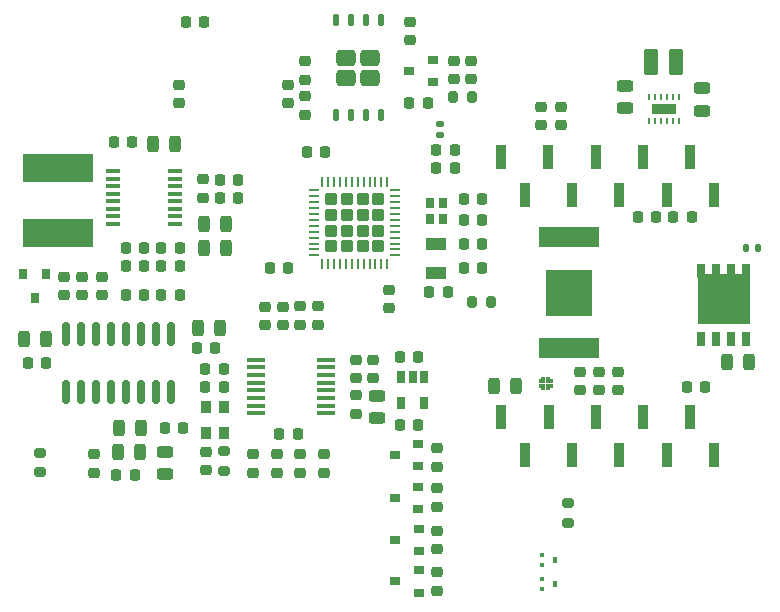
<source format=gbr>
%TF.GenerationSoftware,KiCad,Pcbnew,(6.0.0-0)*%
%TF.CreationDate,2022-01-03T00:26:05+01:00*%
%TF.ProjectId,Nestbox,4e657374-626f-4782-9e6b-696361645f70,rev?*%
%TF.SameCoordinates,Original*%
%TF.FileFunction,Paste,Top*%
%TF.FilePolarity,Positive*%
%FSLAX46Y46*%
G04 Gerber Fmt 4.6, Leading zero omitted, Abs format (unit mm)*
G04 Created by KiCad (PCBNEW (6.0.0-0)) date 2022-01-03 00:26:05*
%MOMM*%
%LPD*%
G01*
G04 APERTURE LIST*
G04 Aperture macros list*
%AMRoundRect*
0 Rectangle with rounded corners*
0 $1 Rounding radius*
0 $2 $3 $4 $5 $6 $7 $8 $9 X,Y pos of 4 corners*
0 Add a 4 corners polygon primitive as box body*
4,1,4,$2,$3,$4,$5,$6,$7,$8,$9,$2,$3,0*
0 Add four circle primitives for the rounded corners*
1,1,$1+$1,$2,$3*
1,1,$1+$1,$4,$5*
1,1,$1+$1,$6,$7*
1,1,$1+$1,$8,$9*
0 Add four rect primitives between the rounded corners*
20,1,$1+$1,$2,$3,$4,$5,0*
20,1,$1+$1,$4,$5,$6,$7,0*
20,1,$1+$1,$6,$7,$8,$9,0*
20,1,$1+$1,$8,$9,$2,$3,0*%
G04 Aperture macros list end*
%ADD10C,0.010000*%
%ADD11R,0.700000X1.200000*%
%ADD12R,4.500000X4.290000*%
%ADD13R,1.550000X1.600000*%
%ADD14R,1.550000X1.200000*%
%ADD15RoundRect,0.243750X0.243750X0.456250X-0.243750X0.456250X-0.243750X-0.456250X0.243750X-0.456250X0*%
%ADD16RoundRect,0.218750X0.218750X0.256250X-0.218750X0.256250X-0.218750X-0.256250X0.218750X-0.256250X0*%
%ADD17RoundRect,0.218750X-0.256250X0.218750X-0.256250X-0.218750X0.256250X-0.218750X0.256250X0.218750X0*%
%ADD18RoundRect,0.218750X-0.218750X-0.256250X0.218750X-0.256250X0.218750X0.256250X-0.218750X0.256250X0*%
%ADD19RoundRect,0.243750X-0.456250X0.243750X-0.456250X-0.243750X0.456250X-0.243750X0.456250X0.243750X0*%
%ADD20RoundRect,0.243750X-0.243750X-0.456250X0.243750X-0.456250X0.243750X0.456250X-0.243750X0.456250X0*%
%ADD21R,0.450000X0.400000*%
%ADD22R,0.450000X0.500000*%
%ADD23RoundRect,0.150000X0.150000X-0.825000X0.150000X0.825000X-0.150000X0.825000X-0.150000X-0.825000X0*%
%ADD24RoundRect,0.218750X0.256250X-0.218750X0.256250X0.218750X-0.256250X0.218750X-0.256250X-0.218750X0*%
%ADD25R,0.800000X0.900000*%
%ADD26RoundRect,0.250000X0.375000X0.850000X-0.375000X0.850000X-0.375000X-0.850000X0.375000X-0.850000X0*%
%ADD27R,0.250000X0.600000*%
%ADD28R,2.000000X0.900000*%
%ADD29R,0.650000X1.060000*%
%ADD30RoundRect,0.243750X0.456250X-0.243750X0.456250X0.243750X-0.456250X0.243750X-0.456250X-0.243750X0*%
%ADD31R,1.500000X0.450000*%
%ADD32R,0.900000X0.800000*%
%ADD33R,1.200000X0.400000*%
%ADD34R,5.900000X2.450000*%
%ADD35RoundRect,0.250000X0.285000X0.285000X-0.285000X0.285000X-0.285000X-0.285000X0.285000X-0.285000X0*%
%ADD36RoundRect,0.062500X0.337500X0.062500X-0.337500X0.062500X-0.337500X-0.062500X0.337500X-0.062500X0*%
%ADD37RoundRect,0.062500X0.062500X0.337500X-0.062500X0.337500X-0.062500X-0.337500X0.062500X-0.337500X0*%
%ADD38RoundRect,0.250000X-0.555000X0.435000X-0.555000X-0.435000X0.555000X-0.435000X0.555000X0.435000X0*%
%ADD39RoundRect,0.127000X-0.127000X0.381000X-0.127000X-0.381000X0.127000X-0.381000X0.127000X0.381000X0*%
%ADD40R,1.800000X1.000000*%
%ADD41RoundRect,0.147500X-0.172500X0.147500X-0.172500X-0.147500X0.172500X-0.147500X0.172500X0.147500X0*%
%ADD42R,0.900000X2.000000*%
%ADD43R,0.900000X1.000000*%
%ADD44RoundRect,0.200000X-0.200000X-0.275000X0.200000X-0.275000X0.200000X0.275000X-0.200000X0.275000X0*%
%ADD45R,5.080000X1.780000*%
%ADD46R,3.960000X3.960000*%
%ADD47RoundRect,0.200000X0.200000X0.275000X-0.200000X0.275000X-0.200000X-0.275000X0.200000X-0.275000X0*%
%ADD48RoundRect,0.200000X-0.275000X0.200000X-0.275000X-0.200000X0.275000X-0.200000X0.275000X0.200000X0*%
%ADD49RoundRect,0.200000X0.275000X-0.200000X0.275000X0.200000X-0.275000X0.200000X-0.275000X-0.200000X0*%
%ADD50RoundRect,0.147500X-0.147500X-0.172500X0.147500X-0.172500X0.147500X0.172500X-0.147500X0.172500X0*%
%ADD51RoundRect,0.225000X0.250000X-0.225000X0.250000X0.225000X-0.250000X0.225000X-0.250000X-0.225000X0*%
G04 APERTURE END LIST*
D10*
X203460000Y-103592500D02*
X203460000Y-103992500D01*
X203460000Y-103992500D02*
X203230000Y-103992500D01*
X203230000Y-103992500D02*
X203230000Y-103822500D01*
X203230000Y-103822500D02*
X203020000Y-103822500D01*
X203020000Y-103822500D02*
X203020000Y-103592500D01*
X203020000Y-103592500D02*
X203460000Y-103592500D01*
G36*
X203460000Y-103992500D02*
G01*
X203230000Y-103992500D01*
X203230000Y-103822500D01*
X203020000Y-103822500D01*
X203020000Y-103592500D01*
X203460000Y-103592500D01*
X203460000Y-103992500D01*
G37*
X203460000Y-103992500D02*
X203230000Y-103992500D01*
X203230000Y-103822500D01*
X203020000Y-103822500D01*
X203020000Y-103592500D01*
X203460000Y-103592500D01*
X203460000Y-103992500D01*
X203640000Y-103412500D02*
X203640000Y-103012500D01*
X203640000Y-103012500D02*
X203870000Y-103012500D01*
X203870000Y-103012500D02*
X203870000Y-103182500D01*
X203870000Y-103182500D02*
X204080000Y-103182500D01*
X204080000Y-103182500D02*
X204080000Y-103412500D01*
X204080000Y-103412500D02*
X203640000Y-103412500D01*
G36*
X203870000Y-103182500D02*
G01*
X204080000Y-103182500D01*
X204080000Y-103412500D01*
X203640000Y-103412500D01*
X203640000Y-103012500D01*
X203870000Y-103012500D01*
X203870000Y-103182500D01*
G37*
X203870000Y-103182500D02*
X204080000Y-103182500D01*
X204080000Y-103412500D01*
X203640000Y-103412500D01*
X203640000Y-103012500D01*
X203870000Y-103012500D01*
X203870000Y-103182500D01*
X203640000Y-103592500D02*
X203640000Y-103992500D01*
X203640000Y-103992500D02*
X203870000Y-103992500D01*
X203870000Y-103992500D02*
X203870000Y-103822500D01*
X203870000Y-103822500D02*
X204080000Y-103822500D01*
X204080000Y-103822500D02*
X204080000Y-103592500D01*
X204080000Y-103592500D02*
X203640000Y-103592500D01*
G36*
X204080000Y-103822500D02*
G01*
X203870000Y-103822500D01*
X203870000Y-103992500D01*
X203640000Y-103992500D01*
X203640000Y-103592500D01*
X204080000Y-103592500D01*
X204080000Y-103822500D01*
G37*
X204080000Y-103822500D02*
X203870000Y-103822500D01*
X203870000Y-103992500D01*
X203640000Y-103992500D01*
X203640000Y-103592500D01*
X204080000Y-103592500D01*
X204080000Y-103822500D01*
X203460000Y-103412500D02*
X203460000Y-103012500D01*
X203460000Y-103012500D02*
X203230000Y-103012500D01*
X203230000Y-103012500D02*
X203230000Y-103182500D01*
X203230000Y-103182500D02*
X203020000Y-103182500D01*
X203020000Y-103182500D02*
X203020000Y-103412500D01*
X203020000Y-103412500D02*
X203460000Y-103412500D01*
G36*
X203460000Y-103412500D02*
G01*
X203020000Y-103412500D01*
X203020000Y-103182500D01*
X203230000Y-103182500D01*
X203230000Y-103012500D01*
X203460000Y-103012500D01*
X203460000Y-103412500D01*
G37*
X203460000Y-103412500D02*
X203020000Y-103412500D01*
X203020000Y-103182500D01*
X203230000Y-103182500D01*
X203230000Y-103012500D01*
X203460000Y-103012500D01*
X203460000Y-103412500D01*
D11*
X216749500Y-99785621D03*
X219299500Y-99785621D03*
X218019500Y-99785621D03*
X220569500Y-99785621D03*
D12*
X218659500Y-96385621D03*
D11*
X219299500Y-93985621D03*
D13*
X219749500Y-95635621D03*
D11*
X216749500Y-93985621D03*
D13*
X217569500Y-95635621D03*
D14*
X217569500Y-97635621D03*
X219749500Y-97635621D03*
D11*
X220569500Y-93985621D03*
X218019500Y-93985621D03*
D15*
X161319500Y-99785621D03*
X159444500Y-99785621D03*
D16*
X175607000Y-100535621D03*
X174032000Y-100535621D03*
D17*
X162819500Y-94498121D03*
X162819500Y-96073121D03*
X164319500Y-94498121D03*
X164319500Y-96073121D03*
D18*
X168032000Y-96035621D03*
X169607000Y-96035621D03*
D16*
X172607000Y-96035621D03*
X171032000Y-96035621D03*
X161319500Y-101785621D03*
X159744500Y-101785621D03*
D15*
X176007000Y-98785621D03*
X174132000Y-98785621D03*
D19*
X171319500Y-109348121D03*
X171319500Y-111223121D03*
D16*
X172894500Y-107285621D03*
X171319500Y-107285621D03*
X168819500Y-111285621D03*
X167244500Y-111285621D03*
D20*
X167382000Y-109285621D03*
X169257000Y-109285621D03*
D15*
X169319500Y-107285621D03*
X167444500Y-107285621D03*
D21*
X203244500Y-120085621D03*
X203244500Y-120885621D03*
D22*
X204394500Y-120485621D03*
D23*
X163009500Y-104260621D03*
X164279500Y-104260621D03*
X165549500Y-104260621D03*
X166819500Y-104260621D03*
X168089500Y-104260621D03*
X169359500Y-104260621D03*
X170629500Y-104260621D03*
X171899500Y-104260621D03*
X171899500Y-99310621D03*
X170629500Y-99310621D03*
X169359500Y-99310621D03*
X168089500Y-99310621D03*
X166819500Y-99310621D03*
X165549500Y-99310621D03*
X164279500Y-99310621D03*
X163009500Y-99310621D03*
D24*
X166033879Y-96073121D03*
X166033879Y-94498121D03*
D18*
X166994500Y-83035621D03*
X168569500Y-83035621D03*
D24*
X165319500Y-111073121D03*
X165319500Y-109498121D03*
D16*
X174687500Y-72900000D03*
X173112500Y-72900000D03*
D25*
X161269500Y-94285621D03*
X159369500Y-94285621D03*
X160319500Y-96285621D03*
D15*
X220797000Y-101685621D03*
X218922000Y-101685621D03*
D26*
X214644500Y-76285621D03*
X212494500Y-76285621D03*
D19*
X216809500Y-78543121D03*
X216809500Y-80418121D03*
D27*
X214869500Y-79285621D03*
X214369500Y-79285621D03*
X213869500Y-79285621D03*
X213369500Y-79285621D03*
X212869500Y-79285621D03*
X212369500Y-79285621D03*
X212369500Y-81285621D03*
X212869500Y-81285621D03*
X213369500Y-81285621D03*
X213869500Y-81285621D03*
X214369500Y-81285621D03*
X214869500Y-81285621D03*
D28*
X213619500Y-80285621D03*
D19*
X210319500Y-78348121D03*
X210319500Y-80223121D03*
D21*
X203244500Y-118085621D03*
X203244500Y-118885621D03*
D22*
X204394500Y-118485621D03*
D29*
X193269500Y-102950000D03*
X192319500Y-102950000D03*
X191369500Y-102950000D03*
X191369500Y-105150000D03*
X193269500Y-105150000D03*
D16*
X192787500Y-101300000D03*
X191212500Y-101300000D03*
X192787500Y-107000000D03*
X191212500Y-107000000D03*
D18*
X181032000Y-107785621D03*
X182607000Y-107785621D03*
D17*
X174800000Y-109312500D03*
X174800000Y-110887500D03*
D24*
X189000000Y-103073121D03*
X189000000Y-101498121D03*
D17*
X187500000Y-101498121D03*
X187500000Y-103073121D03*
D30*
X189319500Y-106473121D03*
X189319500Y-104598121D03*
D24*
X187500000Y-106073121D03*
X187500000Y-104498121D03*
D17*
X180819500Y-109498121D03*
X180819500Y-111073121D03*
X182819500Y-109498121D03*
X182819500Y-111073121D03*
X184819500Y-109498121D03*
X184819500Y-111073121D03*
X178819500Y-109498121D03*
X178819500Y-111073121D03*
D16*
X176357000Y-102285621D03*
X174782000Y-102285621D03*
D18*
X174782000Y-103785621D03*
X176357000Y-103785621D03*
D31*
X179050000Y-101510621D03*
X179050000Y-102160621D03*
X179050000Y-102810621D03*
X179050000Y-103460621D03*
X179050000Y-104110621D03*
X179050000Y-104760621D03*
X179050000Y-105410621D03*
X179050000Y-106060621D03*
X184950000Y-106060621D03*
X184950000Y-105410621D03*
X184950000Y-104760621D03*
X184950000Y-104110621D03*
X184950000Y-103460621D03*
X184950000Y-102810621D03*
X184950000Y-102160621D03*
X184950000Y-101510621D03*
D32*
X192819500Y-117735621D03*
X192819500Y-115835621D03*
X190819500Y-116785621D03*
X192819500Y-121235621D03*
X192819500Y-119335621D03*
X190819500Y-120285621D03*
X192800000Y-114150000D03*
X192800000Y-112250000D03*
X190800000Y-113200000D03*
X192800000Y-110550000D03*
X192800000Y-108650000D03*
X190800000Y-109600000D03*
D24*
X194419500Y-117573121D03*
X194419500Y-115998121D03*
D17*
X194419500Y-119498121D03*
X194419500Y-121073121D03*
D24*
X194400000Y-113987500D03*
X194400000Y-112412500D03*
D17*
X194400000Y-109012500D03*
X194400000Y-110587500D03*
D15*
X201112500Y-103725000D03*
X199237500Y-103725000D03*
D18*
X211387500Y-89450000D03*
X212962500Y-89450000D03*
D16*
X215937500Y-89450000D03*
X214362500Y-89450000D03*
D17*
X209675000Y-102537500D03*
X209675000Y-104112500D03*
D16*
X217107000Y-103785621D03*
X215532000Y-103785621D03*
D24*
X206475000Y-104087500D03*
X206475000Y-102512500D03*
D17*
X208100000Y-102537500D03*
X208100000Y-104112500D03*
D33*
X166969500Y-85563121D03*
X166969500Y-86198121D03*
X166969500Y-86833121D03*
X166969500Y-87468121D03*
X166969500Y-88103121D03*
X166969500Y-88738121D03*
X166969500Y-89373121D03*
X166969500Y-90008121D03*
X172169500Y-90008121D03*
X172169500Y-89373121D03*
X172169500Y-88738121D03*
X172169500Y-88103121D03*
X172169500Y-87468121D03*
X172169500Y-86833121D03*
X172169500Y-86198121D03*
X172169500Y-85563121D03*
D34*
X162319500Y-85260621D03*
X162319500Y-90810621D03*
D20*
X170344500Y-83285621D03*
X172219500Y-83285621D03*
D16*
X177569500Y-87785621D03*
X175994500Y-87785621D03*
D17*
X174532000Y-86248121D03*
X174532000Y-87823121D03*
D16*
X169607000Y-93535621D03*
X168032000Y-93535621D03*
D20*
X174632000Y-92035621D03*
X176507000Y-92035621D03*
X174632000Y-90035621D03*
X176507000Y-90035621D03*
D18*
X171032000Y-93535621D03*
X172607000Y-93535621D03*
D16*
X177569500Y-86285621D03*
X175994500Y-86285621D03*
D18*
X168032000Y-92035621D03*
X169607000Y-92035621D03*
D16*
X172607000Y-92035621D03*
X171032000Y-92035621D03*
D18*
X183362000Y-83900621D03*
X184937000Y-83900621D03*
D17*
X181750000Y-78212500D03*
X181750000Y-79787500D03*
D35*
X189399500Y-87940621D03*
X186759500Y-91900621D03*
X188079500Y-89260621D03*
X186759500Y-87940621D03*
X188079500Y-90580621D03*
X189399500Y-89260621D03*
X188079500Y-91900621D03*
X189399500Y-90580621D03*
X185439500Y-87940621D03*
X188079500Y-87940621D03*
X189399500Y-91900621D03*
X185439500Y-91900621D03*
X185439500Y-90580621D03*
X185439500Y-89260621D03*
X186759500Y-89260621D03*
X186759500Y-90580621D03*
D36*
X190869500Y-92670621D03*
X190869500Y-92170621D03*
X190869500Y-91670621D03*
X190869500Y-91170621D03*
X190869500Y-90670621D03*
X190869500Y-90170621D03*
X190869500Y-89670621D03*
X190869500Y-89170621D03*
X190869500Y-88670621D03*
X190869500Y-88170621D03*
X190869500Y-87670621D03*
X190869500Y-87170621D03*
D37*
X190169500Y-86470621D03*
X189669500Y-86470621D03*
X189169500Y-86470621D03*
X188669500Y-86470621D03*
X188169500Y-86470621D03*
X187669500Y-86470621D03*
X187169500Y-86470621D03*
X186669500Y-86470621D03*
X186169500Y-86470621D03*
X185669500Y-86470621D03*
X185169500Y-86470621D03*
X184669500Y-86470621D03*
D36*
X183969500Y-87170621D03*
X183969500Y-87670621D03*
X183969500Y-88170621D03*
X183969500Y-88670621D03*
X183969500Y-89170621D03*
X183969500Y-89670621D03*
X183969500Y-90170621D03*
X183969500Y-90670621D03*
X183969500Y-91170621D03*
X183969500Y-91670621D03*
X183969500Y-92170621D03*
X183969500Y-92670621D03*
D37*
X184669500Y-93370621D03*
X185169500Y-93370621D03*
X185669500Y-93370621D03*
X186169500Y-93370621D03*
X186669500Y-93370621D03*
X187169500Y-93370621D03*
X187669500Y-93370621D03*
X188169500Y-93370621D03*
X188669500Y-93370621D03*
X189169500Y-93370621D03*
X189669500Y-93370621D03*
X190169500Y-93370621D03*
D38*
X188719500Y-77635621D03*
X188719500Y-75935621D03*
X186719500Y-77635621D03*
X186719500Y-75935621D03*
D39*
X189624500Y-72785621D03*
X188354500Y-72785621D03*
X187084500Y-72785621D03*
X185814500Y-72785621D03*
X185814500Y-80785621D03*
X187084500Y-80785621D03*
X188354500Y-80785621D03*
X189624500Y-80785621D03*
D25*
X194869500Y-89620621D03*
X194869500Y-88220621D03*
X193769500Y-88220621D03*
X193769500Y-89620621D03*
D40*
X194319500Y-91670621D03*
X194319500Y-94170621D03*
D41*
X194675000Y-81540000D03*
X194675000Y-82510000D03*
D18*
X196632000Y-89720621D03*
X198207000Y-89720621D03*
X196632000Y-87920621D03*
X198207000Y-87920621D03*
D16*
X198207000Y-93720621D03*
X196632000Y-93720621D03*
X198207000Y-91720621D03*
X196632000Y-91720621D03*
X181787500Y-93750000D03*
X180212500Y-93750000D03*
D17*
X190319500Y-95598121D03*
X190319500Y-97173121D03*
D18*
X193732000Y-95785621D03*
X195307000Y-95785621D03*
D16*
X195907000Y-85285621D03*
X194332000Y-85285621D03*
X195907000Y-83785621D03*
X194332000Y-83785621D03*
X193607000Y-79785621D03*
X192032000Y-79785621D03*
D24*
X172500000Y-79787500D03*
X172500000Y-78212500D03*
X204900000Y-81650000D03*
X204900000Y-80075000D03*
D17*
X203150000Y-80075000D03*
X203150000Y-81650000D03*
D24*
X183250000Y-80787500D03*
X183250000Y-79212500D03*
X192119500Y-74473121D03*
X192119500Y-72898121D03*
D17*
X184319500Y-96998121D03*
X184319500Y-98573121D03*
D24*
X183250000Y-77787500D03*
X183250000Y-76212500D03*
D17*
X182819500Y-96998121D03*
X182819500Y-98573121D03*
X181309500Y-97008121D03*
X181309500Y-98583121D03*
X179819500Y-97008121D03*
X179819500Y-98583121D03*
D42*
X199829500Y-106365621D03*
X201829500Y-109565621D03*
X203829500Y-106365621D03*
X205829500Y-109565621D03*
X207829500Y-106365621D03*
X209829500Y-109565621D03*
X211829500Y-106365621D03*
X213829500Y-109565621D03*
X215829500Y-106365621D03*
X217829500Y-109565621D03*
X217819500Y-87575621D03*
X215819500Y-84375621D03*
X213819500Y-87575621D03*
X211819500Y-84375621D03*
X209819500Y-87575621D03*
X207819500Y-84375621D03*
X205819500Y-87575621D03*
X203819500Y-84375621D03*
X201819500Y-87575621D03*
X199819500Y-84375621D03*
D32*
X194019500Y-78035621D03*
X194019500Y-76135621D03*
X192019500Y-77085621D03*
D17*
X195819500Y-76198121D03*
X195819500Y-77773121D03*
D43*
X176344500Y-107690621D03*
X176344500Y-105540621D03*
X174794500Y-105540621D03*
X174794500Y-107690621D03*
D44*
X195725000Y-79300000D03*
X197375000Y-79300000D03*
D45*
X205575000Y-100525000D03*
X205575000Y-91125000D03*
D46*
X205575000Y-95825000D03*
D47*
X198975000Y-96600000D03*
X197325000Y-96600000D03*
D48*
X160800000Y-109375000D03*
X160800000Y-111025000D03*
D49*
X176350000Y-110925000D03*
X176350000Y-109275000D03*
D50*
X220569500Y-92035621D03*
X221539500Y-92035621D03*
D48*
X205500000Y-113675000D03*
X205500000Y-115325000D03*
D51*
X197300000Y-77775000D03*
X197300000Y-76225000D03*
M02*

</source>
